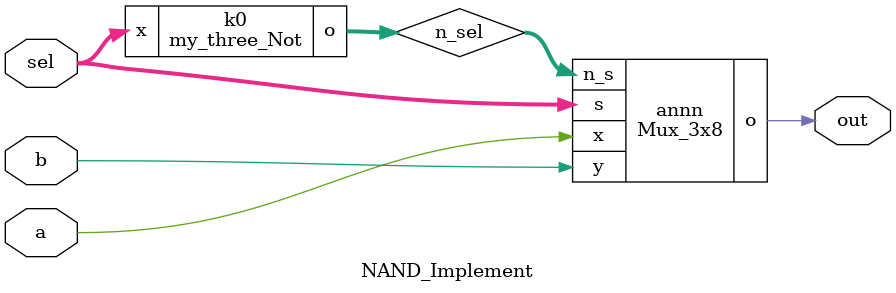
<source format=v>
`timescale 1ns/1ps

module my_And(o, x, y);
    input x, y;
    output o;

    wire tmp_And;

    nand a0(tmp_And, x, y);
    nand a1(o, tmp_And, tmp_And);

endmodule

module my_Or(o, x, y);
    input x, y;
    output o;

    wire tmp1_Or, tmp2_Or;

    nand o0(tmp1_Or, x, x);
    nand o1(tmp2_Or, y, y);
    nand o2(o, tmp1_Or, tmp2_Or);

endmodule

module my_Nor(o, x, y);
    input x, y;
    output o;

    wire tmp1_Nor, tmp2_Nor, tmp3_Nor;

    nand n1(tmp1_Nor, x, x);
    nand n2(tmp2_Nor, y, y);
    nand n3(tmp3_Nor, tmp1_Nor, tmp2_Nor);
    nand n4(o, tmp3_Nor, tmp3_Nor);

endmodule

module my_Xor(o, x, y);
    input x, y;
    output o;

    wire tmp1_Xor, tmp2_Xor, tmp3_Xor;

    nand x0(tmp1_Xor, x, y);
    nand x1(tmp2_Xor, x, tmp1_Xor);
    nand x3(tmp3_Xor, y, tmp1_Xor);
    nand x4(o, tmp2_Xor, tmp3_Xor);

endmodule

module my_Xnor(o, x, y);
    input x, y;
    output o;

    wire tmp1_Xnor, tmp2_Xnor, tmp3_Xnor, tmp4_Xnor;

    nand x5(tmp1_Xnor, x, x);
    nand x6(tmp2_Xnor, y, y);
    nand x7(tmp3_Xnor, x, y);
    nand x8(tmp4_Xnor, tmp1_Xnor, tmp2_Xnor);
    nand x9(o, tmp3_Xnor, tmp4_Xnor);

endmodule

module my_three_Not(o, x);
    input [3-1:0] x;
    output [3-1:0] o;

    nand mn(o[0], x[0], x[0]);
    nand mn1(o[1], x[1], x[1]);
    nand mn2(o[2], x[2],x [2]);

endmodule

module And_4x1 (o, in1, in2, in3, in4); 
    input in1, in2, in3, in4;
    output o;

    wire tmp1, tmp2;

    my_And e0(tmp1, in1, in2);
    my_And e1(tmp2, in3, in4);
    my_And e2(o, tmp1, tmp2);

endmodule

module Or_4x1 (o, in1, in2, in3, in4);
    input in1, in2, in3, in4;
    output o;

    wire tmp1, tmp2;

    my_Or e3(tmp1, in1, in2);
    my_Or e4(tmp2, in3, in4);
    my_Or e9(o, tmp1, tmp2);

endmodule

module Mux_3x8 (o, x, y, s, n_s);
    input x, y;
    input [3-1:0] s, n_s;
    output o;

    wire tmp1, tmp2, tmp3, tmp4, tmp5, tmp6, tmp7, tmp8;
    wire mid1, mid2, mid3, mid4, mid5, mid6, mid7, mid8;
    wire ha1, ha2, ha3, ha4;

    nand m0(tmp1, x, y);
    And_4x1 q0(mid1, tmp1, n_s[0], n_s[1], n_s[2]);

    my_And m1(tmp2, x, y);
    And_4x1 q1(mid2, tmp2, s[0], n_s[1], n_s[2]);
    my_Or h0(ha1, mid1, mid2);
    //

    //
    my_Or m2(tmp3, x, y);
    And_4x1 q2(mid3, tmp3, n_s[0], s[1], n_s[2]);

    my_Nor m3(tmp4, x, y);
    And_4x1 q3(mid4, tmp4, s[0], s[1], n_s[2]);
    my_Or h1(ha2, mid3, mid4);
    //

    //
    my_Xor m4(tmp5, x, y);
    And_4x1 q4(mid5, tmp5, n_s[0], n_s[1], s[2]);

    my_Xnor m5(tmp6, x, y);
    And_4x1 q5(mid6, tmp6, s[0], n_s[1], s[2]);
    my_Or h2(ha3, mid5, mid6);
    //

    nand m6(tmp7, x, x);
    And_4x1 q6(mid7, tmp7, n_s[0], s[1], s[2]);
    And_4x1 q7(mid8, tmp7, s[0], s[1], s[2]);
    my_Or h3(ha4, mid7, mid8);

    Or_4x1 hhaha(o, ha1, ha2, ha3, ha4);
endmodule

module NAND_Implement(a, b, sel, out);
    input a, b;
    input [3-1:0] sel;
    output out;

    wire [3-1:0] n_sel;

    my_three_Not k0(n_sel, sel);

    
    Mux_3x8 annn(out, a, b, sel, n_sel);

endmodule

</source>
